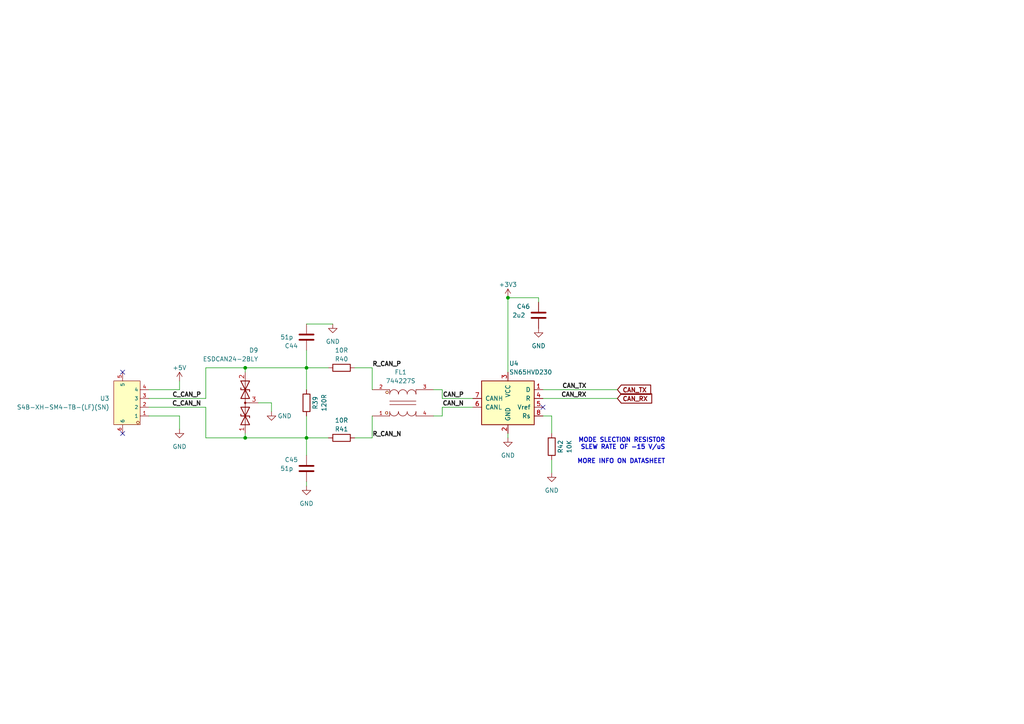
<source format=kicad_sch>
(kicad_sch (version 20230121) (generator eeschema)
  (paper "A4")
  (lib_symbols
    (symbol "DF_ESC_Symbol_Library:744227S" (pin_names hide)
      (property "Reference" "U" (at 0 1.27 0))
      (property "Value" "744227S" (at 0 -2.54 0))
      (symbol "744227S_0_0"
        (polyline (pts (xy 1.27 -19.05) (xy 1.27 -17.78)))
        (polyline (pts (xy 1.27 -15.748) (xy 8.89 -15.748)))
        (polyline (pts (xy 1.27 -14.732) (xy 8.89 -14.732)))
        (polyline (pts (xy 1.27 -11.43) (xy 1.27 -12.7)))
        (polyline (pts (xy 8.89 -19.05) (xy 8.89 -17.78)))
        (polyline (pts (xy 8.89 -11.43) (xy 8.89 -12.7)))
        (circle (center 0.381 -18.161) (radius 0.381) (fill (type background)))
        (circle (center 0.508 -12.192) (radius 0.381) (fill (type background)))
        (arc (start 1.27 -17.78) (mid 2.54 -19.0445) (end 3.81 -17.78))
        (arc (start 3.81 -17.78) (mid 5.08 -19.0445) (end 6.35 -17.78))
        (arc (start 3.81 -12.7) (mid 2.54 -11.4355) (end 1.27 -12.7))
        (arc (start 6.35 -17.78) (mid 7.62 -19.0445) (end 8.89 -17.78))
        (arc (start 6.35 -12.7) (mid 5.08 -11.4355) (end 3.81 -12.7))
        (arc (start 8.89 -12.7) (mid 7.62 -11.4355) (end 6.35 -12.7))
        (pin unspecified line (at -3.81 -19.05 0) (length 5.08) (name "1") (number "1"))
        (pin unspecified line (at -3.81 -11.43 0) (length 5.08) (name "2") (number "2"))
        (pin unspecified line (at 13.97 -11.43 180) (length 5.08) (name "3") (number "3"))
        (pin unspecified line (at 13.97 -19.05 180) (length 5.08) (name "4") (number "4"))
      )
    )
    (symbol "DF_ESC_Symbol_Library:S4B-XH-SM4-TB-(LF)(SN)"
      (property "Reference" "U" (at 0 1.27 0))
      (property "Value" "S4B-XH-SM4-TB-(LF)(SN)" (at 0 -2.54 0))
      (symbol "S4B-XH-SM4-TB-(LF)(SN)_0_0"
        (rectangle (start -3.81 -3.81) (end 3.81 -16.51) (fill (type background)))
        (circle (center -3.175 -4.445) (radius 0.381) (fill (type background)))
        (pin unspecified line (at -6.35 -6.35 0) (length 2.54) (name "1") (number "1"))
        (pin unspecified line (at -6.35 -8.89 0) (length 2.54) (name "2") (number "2"))
        (pin unspecified line (at -6.35 -11.43 0) (length 2.54) (name "3") (number "3"))
        (pin unspecified line (at -6.35 -13.97 0) (length 2.54) (name "4") (number "4"))
        (pin unspecified line (at 1.27 -19.05 90) (length 2.54) (name "5") (number "5"))
        (pin unspecified line (at 1.27 -1.27 270) (length 2.54) (name "6") (number "6"))
      )
    )
    (symbol "Device:C" (pin_numbers hide) (pin_names (offset 0.254))
      (property "Reference" "C" (at 0.635 2.54 0))
      (property "Value" "C" (at 0.635 -2.54 0))
      (symbol "C_0_1"
        (polyline (pts (xy -2.032 -0.762) (xy 2.032 -0.762)) (stroke (width 0.508)))
        (polyline (pts (xy -2.032 0.762) (xy 2.032 0.762)) (stroke (width 0.508)))
      )
      (symbol "C_1_1"
        (pin passive line (at 0 3.81 270) (length 2.794) (name "~") (number "1"))
        (pin passive line (at 0 -3.81 90) (length 2.794) (name "~") (number "2"))
      )
    )
    (symbol "Device:D_TVS_Dual_AAC" (pin_names (offset 1.016) hide)
      (property "Reference" "D" (at 0 4.445 0))
      (property "Value" "D_TVS_Dual_AAC" (at 0 2.54 0))
      (symbol "D_TVS_Dual_AAC_0_0"
        (polyline (pts (xy 0 -1.27) (xy 0 0)))
      )
      (symbol "D_TVS_Dual_AAC_0_1"
        (polyline (pts (xy -6.35 0) (xy 6.35 0)))
        (polyline (pts (xy -3.302 1.27) (xy -3.81 1.27) (xy -3.81 -1.27) (xy -4.318 -1.27)) (stroke (width 0.254)))
        (polyline (pts (xy 4.318 1.27) (xy 3.81 1.27) (xy 3.81 -1.27) (xy 3.302 -1.27)) (stroke (width 0.254)))
        (polyline (pts (xy -6.35 1.27) (xy -1.27 -1.27) (xy -1.27 1.27) (xy -6.35 -1.27) (xy -6.35 1.27)) (stroke (width 0.254)))
        (polyline (pts (xy 6.35 1.27) (xy 1.27 -1.27) (xy 1.27 1.27) (xy 6.35 -1.27) (xy 6.35 1.27)) (stroke (width 0.254)))
        (circle (center 0 0) (radius 0.254) (fill (type outline)))
      )
      (symbol "D_TVS_Dual_AAC_1_1"
        (pin passive line (at -8.89 0 0) (length 2.54) (name "A1") (number "1"))
        (pin passive line (at 8.89 0 180) (length 2.54) (name "A2") (number "2"))
        (pin passive line (at 0 -3.81 90) (length 2.54) (name "common") (number "3"))
      )
    )
    (symbol "Device:R" (pin_numbers hide) (pin_names (offset 0))
      (property "Reference" "R" (at 2.032 0 90))
      (property "Value" "R" (at 0 0 90))
      (symbol "R_0_1"
        (rectangle (start -1.016 -2.54) (end 1.016 2.54) (stroke (width 0.254)))
      )
      (symbol "R_1_1"
        (pin passive line (at 0 3.81 270) (length 1.27) (name "~") (number "1"))
        (pin passive line (at 0 -3.81 90) (length 1.27) (name "~") (number "2"))
      )
    )
    (symbol "Interface_CAN_LIN:SN65HVD230" (pin_names (offset 1.016))
      (property "Reference" "U" (at -2.54 10.16 0))
      (property "Value" "SN65HVD230" (at -2.54 7.62 0))
      (symbol "SN65HVD230_0_1"
        (rectangle (start -7.62 5.08) (end 7.62 -7.62) (stroke (width 0.254)) (fill (type background)))
      )
      (symbol "SN65HVD230_1_1"
        (pin input line (at -10.16 2.54 0) (length 2.54) (name "D") (number "1"))
        (pin power_in line (at 0 -10.16 90) (length 2.54) (name "GND") (number "2"))
        (pin power_in line (at 0 7.62 270) (length 2.54) (name "VCC") (number "3"))
        (pin output line (at -10.16 0 0) (length 2.54) (name "R") (number "4"))
        (pin output line (at -10.16 -2.54 0) (length 2.54) (name "Vref") (number "5"))
        (pin bidirectional line (at 10.16 -2.54 180) (length 2.54) (name "CANL") (number "6"))
        (pin bidirectional line (at 10.16 0 180) (length 2.54) (name "CANH") (number "7"))
        (pin input line (at -10.16 -5.08 0) (length 2.54) (name "Rs") (number "8"))
      )
    )
    (symbol "power:+3V3" (power) (pin_names (offset 0))
      (property "Value" "+3V3" (at 0 3.556 0))
      (symbol "+3V3_0_1"
        (polyline (pts (xy -0.762 1.27) (xy 0 2.54)))
        (polyline (pts (xy 0 0) (xy 0 2.54)))
        (polyline (pts (xy 0 2.54) (xy 0.762 1.27)))
      )
      (symbol "+3V3_1_1"
        (pin power_in line (at 0 0 90) (length 0) hide (name "+3V3") (number "1"))
      )
    )
    (symbol "power:+5V" (power) (pin_names (offset 0))
      (property "Value" "+5V" (at 0 3.556 0))
      (symbol "+5V_0_1"
        (polyline (pts (xy -0.762 1.27) (xy 0 2.54)))
        (polyline (pts (xy 0 0) (xy 0 2.54)))
        (polyline (pts (xy 0 2.54) (xy 0.762 1.27)))
      )
      (symbol "+5V_1_1"
        (pin power_in line (at 0 0 90) (length 0) hide (name "+5V") (number "1"))
      )
    )
    (symbol "power:GND" (power) (pin_names (offset 0))
      (property "Value" "GND" (at 0 -3.81 0))
      (symbol "GND_0_1"
        (polyline (pts (xy 0 0) (xy 0 -1.27) (xy 1.27 -1.27) (xy 0 -2.54) (xy -1.27 -1.27) (xy 0 -1.27)))
      )
      (symbol "GND_1_1"
        (pin power_in line (at 0 0 270) (length 0) hide (name "GND") (number "1"))
      )
    )
  )
  (junction (at 71.12 127))
  (junction (at 88.9 106.68))
  (junction (at 88.9 127))
  (junction (at 147.32 86.36))
  (junction (at 71.12 106.68))
  (no_connect (at 35.56 107.95))
  (no_connect (at 157.48 118.11))
  (no_connect (at 35.56 125.73))
  (wire (pts (xy 88.9 132.08) (xy 88.9 127)))
  (wire (pts (xy 88.9 140.97) (xy 88.9 139.7)))
  (wire (pts (xy 43.18 115.57) (xy 59.69 115.57)))
  (wire (pts (xy 71.12 125.73) (xy 71.12 127)))
  (wire (pts (xy 107.95 127) (xy 102.87 127)))
  (wire (pts (xy 125.73 120.65) (xy 128.27 120.65)))
  (wire (pts (xy 71.12 106.68) (xy 71.12 107.95)))
  (wire (pts (xy 78.74 116.84) (xy 78.74 119.38)))
  (wire (pts (xy 43.18 118.11) (xy 59.69 118.11)))
  (wire (pts (xy 71.12 127) (xy 88.9 127)))
  (wire (pts (xy 59.69 106.68) (xy 71.12 106.68)))
  (wire (pts (xy 160.02 137.16) (xy 160.02 133.35)))
  (wire (pts (xy 107.95 120.65) (xy 107.95 127)))
  (wire (pts (xy 156.21 86.36) (xy 147.32 86.36)))
  (wire (pts (xy 88.9 127) (xy 95.25 127)))
  (wire (pts (xy 125.73 113.03) (xy 128.27 113.03)))
  (wire (pts (xy 52.07 124.46) (xy 52.07 120.65)))
  (wire (pts (xy 59.69 127) (xy 71.12 127)))
  (wire (pts (xy 128.27 120.65) (xy 128.27 118.11)))
  (wire (pts (xy 128.27 113.03) (xy 128.27 115.57)))
  (wire (pts (xy 107.95 106.68) (xy 102.87 106.68)))
  (wire (pts (xy 59.69 115.57) (xy 59.69 106.68)))
  (wire (pts (xy 147.32 125.73) (xy 147.32 127)))
  (wire (pts (xy 147.32 86.36) (xy 147.32 107.95)))
  (wire (pts (xy 52.07 113.03) (xy 52.07 110.49)))
  (wire (pts (xy 88.9 106.68) (xy 95.25 106.68)))
  (wire (pts (xy 43.18 120.65) (xy 52.07 120.65)))
  (wire (pts (xy 88.9 120.65) (xy 88.9 127)))
  (wire (pts (xy 157.48 113.03) (xy 179.07 113.03)))
  (wire (pts (xy 96.52 93.98) (xy 88.9 93.98)))
  (wire (pts (xy 128.27 118.11) (xy 137.16 118.11)))
  (wire (pts (xy 74.93 116.84) (xy 78.74 116.84)))
  (wire (pts (xy 88.9 106.68) (xy 88.9 113.03)))
  (wire (pts (xy 156.21 87.63) (xy 156.21 86.36)))
  (wire (pts (xy 43.18 113.03) (xy 52.07 113.03)))
  (wire (pts (xy 160.02 120.65) (xy 157.48 120.65)))
  (wire (pts (xy 59.69 118.11) (xy 59.69 127)))
  (wire (pts (xy 160.02 125.73) (xy 160.02 120.65)))
  (wire (pts (xy 107.95 113.03) (xy 107.95 106.68)))
  (wire (pts (xy 88.9 101.6) (xy 88.9 106.68)))
  (wire (pts (xy 71.12 106.68) (xy 88.9 106.68)))
  (wire (pts (xy 128.27 115.57) (xy 137.16 115.57)))
  (wire (pts (xy 157.48 115.57) (xy 179.07 115.57)))
  (text "MODE SLECTION RESISTOR\nSLEW RATE OF -15 V/uS\n\nMORE INFO ON DATASHEET" (at 193.04 134.62 0) (effects (font (size 1.27 1.27) bold) (justify right bottom)))
  (label "CAN_RX" (at 170.18 115.57 180) (effects (font bold)))
  (label "C_CAN_P" (at 58.42 115.57 180) (effects (font bold)))
  (label "CAN_P" (at 134.62 115.57 180) (effects (font bold)))
  (label "R_CAN_N" (at 107.95 127 0) (effects (font bold)))
  (label "R_CAN_P" (at 107.95 106.68 0) (effects (font bold)))
  (label "C_CAN_N" (at 58.42 118.11 180) (effects (font bold)))
  (label "CAN_TX" (at 170.18 113.03 180) (effects (font bold)))
  (label "CAN_N" (at 134.62 118.11 180) (effects (font bold)))
  (global_label "CAN_TX" (shape input) (at 179.07 113.03 0) (effects (font bold)) (property "Intersheetrefs" "${INTERSHEET_REFS}" (effects hide)))
  (global_label "CAN_RX" (shape input) (at 179.07 115.57 0) (effects (font bold)) (property "Intersheetrefs" "${INTERSHEET_REFS}" (effects hide)))
  (symbol (lib_id "DF_ESC_Symbol_Library:S4B-XH-SM4-TB-(LF)(SN)") (at 36.83 127 180) (unit 1)
    (property "Reference" "U3" (at 31.75 115.57 0) (effects (justify left)))
    (property "Value" "S4B-XH-SM4-TB-(LF)(SN)" (at 31.75 118.11 0) (effects (justify left)))
    (property "Footprint" "DF_ESC_Footprint_Library:CONN-SMD_S4B-XH-SM4-TB-LF-SN" (effects hide))
    (property "Datasheet" "https://atta.szlcsc.com/upload/public/pdf/source/20180319/2CDF7DBC8ED0DA278715F3B75F2E61DB.pdf" (effects hide))
    (property "LCSC" "C161861" (effects hide))
    (instances (project "BLDC_Motor Controller" (path "" (reference "U3") (unit 1)) (path "" (reference "U5") (unit 1))))
  )
  (symbol (lib_id "Device:R") (at 99.06 127 90) (unit 1)
    (property "Reference" "R41" (at 99.06 124.46 90))
    (property "Value" "10R" (at 99.06 121.92 90))
    (property "Footprint" "Resistor_SMD:R_0603_1608Metric_Pad0.98x0.95mm_HandSolder" (effects hide))
    (instances (project "BLDC_Motor Controller" (path "" (reference "R41") (unit 1)) (path "" (reference "R40") (unit 1))))
  )
  (symbol (lib_id "power:GND") (at 96.52 93.98 0) (unit 1)
    (property "Reference" "#PWR058" (effects hide))
    (property "Value" "GND" (at 96.52 99.06 0))
    (instances (project "BLDC_Motor Controller" (path "" (reference "#PWR058") (unit 1)) (path "" (reference "#PWR060") (unit 1))))
  )
  (symbol (lib_id "power:GND") (at 156.21 95.25 0) (unit 1)
    (property "Reference" "#PWR061" (effects hide))
    (property "Value" "GND" (at 156.21 100.33 0))
    (instances (project "BLDC_Motor Controller" (path "" (reference "#PWR061") (unit 1)) (path "" (reference "#PWR062") (unit 1))))
  )
  (symbol (lib_id "Device:R") (at 99.06 106.68 90) (unit 1)
    (property "Reference" "R40" (at 99.06 104.14 90))
    (property "Value" "10R" (at 99.06 101.6 90))
    (property "Footprint" "Resistor_SMD:R_0603_1608Metric_Pad0.98x0.95mm_HandSolder" (effects hide))
    (instances (project "BLDC_Motor Controller" (path "" (reference "R40") (unit 1)) (path "" (reference "R39") (unit 1))))
  )
  (symbol (lib_id "power:+3V3") (at 147.32 86.36 0) (unit 1)
    (property "Reference" "#PWR059" (effects hide))
    (property "Value" "+3V3" (at 147.32 82.55 0))
    (instances (project "BLDC_Motor Controller" (path "" (reference "#PWR059") (unit 1)) (path "" (reference "#PWR057") (unit 1))))
  )
  (symbol (lib_id "Device:C") (at 88.9 97.79 0) (mirror x) (unit 1)
    (property "Reference" "C44" (at 82.55 100.33 0) (effects (justify left)))
    (property "Value" "51p" (at 81.28 97.79 0) (effects (justify left)))
    (property "Footprint" "Capacitor_SMD:C_0603_1608Metric" (effects hide))
    (instances (project "BLDC_Motor Controller" (path "" (reference "C44") (unit 1)) (path "" (reference "C45") (unit 1))))
  )
  (symbol (lib_id "Device:R") (at 88.9 116.84 0) (mirror x) (unit 1)
    (property "Reference" "R39" (at 91.44 116.84 90))
    (property "Value" "120R" (at 93.98 116.84 90))
    (property "Footprint" "Resistor_SMD:R_0603_1608Metric_Pad0.98x0.95mm_HandSolder" (effects hide))
    (instances (project "BLDC_Motor Controller" (path "" (reference "R39") (unit 1)) (path "" (reference "R41") (unit 1))))
  )
  (symbol (lib_id "power:+5V") (at 52.07 110.49 0) (unit 1)
    (property "Reference" "#PWR054" (effects hide))
    (property "Value" "+5V" (at 52.07 106.68 0))
    (instances (project "BLDC_Motor Controller" (path "" (reference "#PWR054") (unit 1)) (path "" (reference "#PWR058") (unit 1))))
  )
  (symbol (lib_id "power:GND") (at 88.9 140.97 0) (unit 1)
    (property "Reference" "#PWR057" (effects hide))
    (property "Value" "GND" (at 88.9 146.05 0))
    (instances (project "BLDC_Motor Controller" (path "" (reference "#PWR057") (unit 1)) (path "" (reference "#PWR061") (unit 1))))
  )
  (symbol (lib_id "Device:R") (at 160.02 129.54 0) (mirror x) (unit 1)
    (property "Reference" "R42" (at 162.56 129.54 90))
    (property "Value" "10K" (at 165.1 129.54 90))
    (property "Footprint" "Resistor_SMD:R_0603_1608Metric_Pad0.98x0.95mm_HandSolder" (effects hide))
  )
  (symbol (lib_id "Device:C") (at 156.21 91.44 0) (unit 1)
    (property "Reference" "C46" (at 149.86 88.9 0) (effects (justify left)))
    (property "Value" "2u2" (at 148.59 91.44 0) (effects (justify left)))
    (property "Footprint" "Capacitor_SMD:C_0603_1608Metric" (effects hide))
    (instances (project "BLDC_Motor Controller" (path "" (reference "C46") (unit 1)) (path "" (reference "C47") (unit 1))))
  )
  (symbol (lib_id "Device:C") (at 88.9 135.89 0) (unit 1)
    (property "Reference" "C45" (at 82.55 133.35 0) (effects (justify left)))
    (property "Value" "51p" (at 81.28 135.89 0) (effects (justify left)))
    (property "Footprint" "Capacitor_SMD:C_0603_1608Metric" (effects hide))
    (instances (project "BLDC_Motor Controller" (path "" (reference "C45") (unit 1)) (path "" (reference "C46") (unit 1))))
  )
  (symbol (lib_id "power:GND") (at 147.32 127 0) (unit 1)
    (property "Reference" "#PWR060" (effects hide))
    (property "Value" "GND" (at 147.32 132.08 0))
    (instances (project "BLDC_Motor Controller" (path "" (reference "#PWR060") (unit 1)) (path "" (reference "#PWR063") (unit 1))))
  )
  (symbol (lib_id "Interface_CAN_LIN:SN65HVD230") (at 147.32 115.57 0) (mirror y) (unit 1)
    (property "Reference" "U4" (at 147.6659 105.41 0) (effects (justify right)))
    (property "Value" "SN65HVD230" (at 147.6659 107.95 0) (effects (justify right)))
    (property "Footprint" "Package_SO:SOIC-8_3.9x4.9mm_P1.27mm" (effects hide))
    (property "Datasheet" "http://www.ti.com/lit/ds/symlink/sn65hvd230.pdf" (effects hide))
    (instances (project "BLDC_Motor Controller" (path "" (reference "U4") (unit 1)) (path "" (reference "U3") (unit 1))))
  )
  (symbol (lib_id "power:GND") (at 78.74 119.38 0) (unit 1)
    (property "Reference" "#PWR056" (effects hide))
    (property "Value" "GND" (at 82.55 120.65 0))
    (instances (project "BLDC_Motor Controller" (path "" (reference "#PWR056") (unit 1)) (path "" (reference "#PWR059") (unit 1))))
  )
  (symbol (lib_id "power:GND") (at 52.07 124.46 0) (unit 1)
    (property "Reference" "#PWR055" (effects hide))
    (property "Value" "GND" (at 52.07 129.54 0))
    (instances (project "BLDC_Motor Controller" (path "" (reference "#PWR055") (unit 1)) (path "" (reference "#PWR065") (unit 1))))
  )
  (symbol (lib_id "DF_ESC_Symbol_Library:744227S") (at 111.76 101.6 0) (unit 1)
    (property "Reference" "FL1" (at 116.205 107.95 0))
    (property "Value" "744227S" (at 116.205 110.49 0))
    (property "Footprint" "DF_ESC_Footprint_Library:FILTER-SMD_4P-L9.2-W6.0-P2.54-TL" (effects hide))
    (property "Datasheet" "https://atta.szlcsc.com/upload/public/pdf/source/20210606/441BFA25F38C4022E6E8CBF6F4FC27DA.pdf" (effects hide))
    (property "LCSC" "C2651119" (effects hide))
  )
  (symbol (lib_id "Device:D_TVS_Dual_AAC") (at 71.12 116.84 90) (unit 1)
    (property "Reference" "D9" (at 74.93 101.6 90) (effects (justify left)))
    (property "Value" "ESDCAN24-2BLY" (at 74.93 104.14 90) (effects (justify left)))
    (property "Footprint" "Package_TO_SOT_SMD:TSOT-23" (effects hide))
    (instances (project "BLDC_Motor Controller" (path "" (reference "D9") (unit 1)) (path "" (reference "D11") (unit 1))))
  )
  (symbol (lib_id "power:GND") (at 160.02 137.16 0) (unit 1)
    (property "Reference" "#PWR062" (effects hide))
    (property "Value" "GND" (at 160.02 142.24 0))
    (instances (project "BLDC_Motor Controller" (path "" (reference "#PWR062") (unit 1)) (path "" (reference "#PWR064") (unit 1))))
  )
)
</source>
